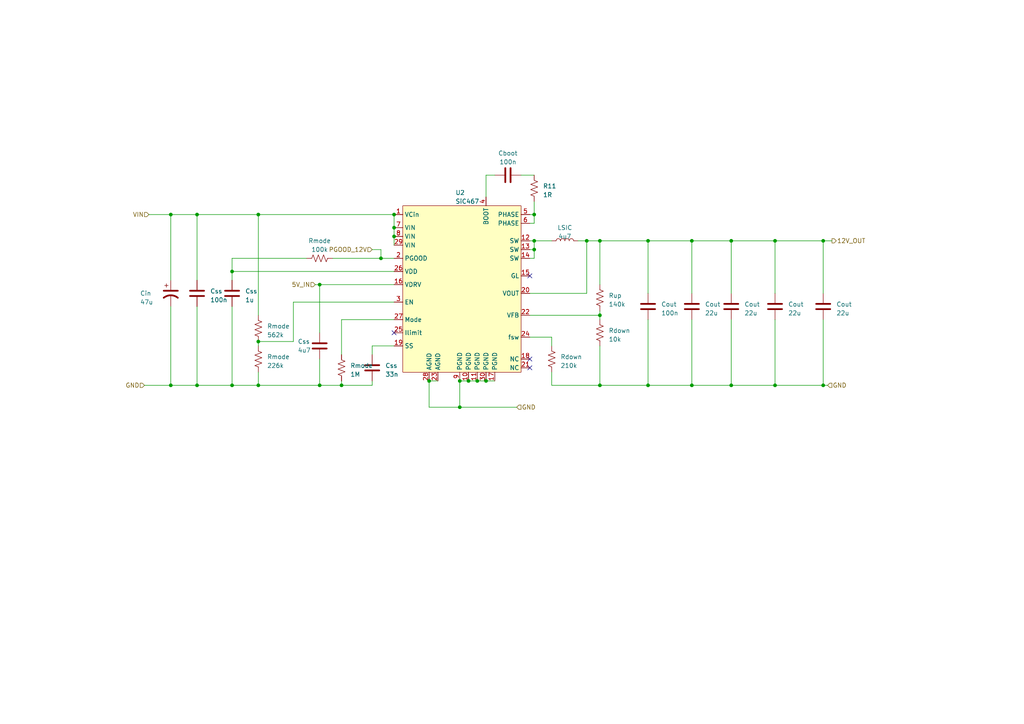
<source format=kicad_sch>
(kicad_sch (version 20230121) (generator eeschema)
  (paper "A4")
  (lib_symbols
    (symbol "Device:C" (pin_numbers hide) (pin_names (offset 0.254))
      (property "Reference" "C" (at 0.635 2.54 0))
      (property "Value" "C" (at 0.635 -2.54 0))
      (symbol "C_0_1"
        (polyline (pts (xy -2.032 -0.762) (xy 2.032 -0.762)) (stroke (width 0.508)))
        (polyline (pts (xy -2.032 0.762) (xy 2.032 0.762)) (stroke (width 0.508)))
      )
      (symbol "C_1_1"
        (pin passive line (at 0 3.81 270) (length 2.794) (name "~") (number "1"))
        (pin passive line (at 0 -3.81 90) (length 2.794) (name "~") (number "2"))
      )
    )
    (symbol "Device:C_Polarized_US" (pin_numbers hide) (pin_names (offset 0.254) hide)
      (property "Reference" "C" (at 0.635 2.54 0))
      (property "Value" "C_Polarized_US" (at 0.635 -2.54 0))
      (symbol "C_Polarized_US_0_1"
        (polyline (pts (xy -2.032 0.762) (xy 2.032 0.762)) (stroke (width 0.508)))
        (polyline (pts (xy -1.778 2.286) (xy -0.762 2.286)))
        (polyline (pts (xy -1.27 1.778) (xy -1.27 2.794)))
        (arc (start 2.032 -1.27) (mid 0 -0.5572) (end -2.032 -1.27) (stroke (width 0.508)))
      )
      (symbol "C_Polarized_US_1_1"
        (pin passive line (at 0 3.81 270) (length 2.794) (name "~") (number "1"))
        (pin passive line (at 0 -3.81 90) (length 3.302) (name "~") (number "2"))
      )
    )
    (symbol "Device:L" (pin_numbers hide) (pin_names (offset 1.016) hide)
      (property "Reference" "L" (at -1.27 0 90))
      (property "Value" "L" (at 1.905 0 90))
      (symbol "L_0_1"
        (arc (start 0 -2.54) (mid 0.6323 -1.905) (end 0 -1.27))
        (arc (start 0 -1.27) (mid 0.6323 -0.635) (end 0 0))
        (arc (start 0 0) (mid 0.6323 0.635) (end 0 1.27))
        (arc (start 0 1.27) (mid 0.6323 1.905) (end 0 2.54))
      )
      (symbol "L_1_1"
        (pin passive line (at 0 3.81 270) (length 1.27) (name "1") (number "1"))
        (pin passive line (at 0 -3.81 90) (length 1.27) (name "2") (number "2"))
      )
    )
    (symbol "Device:R_US" (pin_numbers hide) (pin_names (offset 0))
      (property "Reference" "R" (at 2.54 0 90))
      (property "Value" "R_US" (at -2.54 0 90))
      (symbol "R_US_0_1"
        (polyline (pts (xy 0 -2.286) (xy 0 -2.54)))
        (polyline (pts (xy 0 2.286) (xy 0 2.54)))
        (polyline (pts (xy 0 -0.762) (xy 1.016 -1.143) (xy 0 -1.524) (xy -1.016 -1.905) (xy 0 -2.286)))
        (polyline (pts (xy 0 0.762) (xy 1.016 0.381) (xy 0 0) (xy -1.016 -0.381) (xy 0 -0.762)))
        (polyline (pts (xy 0 2.286) (xy 1.016 1.905) (xy 0 1.524) (xy -1.016 1.143) (xy 0 0.762)))
      )
      (symbol "R_US_1_1"
        (pin passive line (at 0 3.81 270) (length 1.27) (name "~") (number "1"))
        (pin passive line (at 0 -3.81 90) (length 1.27) (name "~") (number "2"))
      )
    )
    (symbol "crush-power-lib:SiC46x"
      (property "Reference" "U?" (at 7.62 1.27 0))
      (property "Value" "SiC467" (at 7.62 -1.27 0))
      (symbol "SiC46x_0_1"
        (rectangle (start -7.62 -3.81) (end 26.67 -52.07) (fill (type background)))
      )
      (symbol "SiC46x_1_1"
        (pin unspecified line (at -10.16 -6.35 0) (length 2.54) (name "VCin") (number "1"))
        (pin unspecified line (at 11.43 -54.61 90) (length 2.54) (name "PGND") (number "10"))
        (pin unspecified line (at 13.97 -54.61 90) (length 2.54) (name "PGND") (number "11"))
        (pin unspecified line (at 29.21 -13.97 180) (length 2.54) (name "SW") (number "12"))
        (pin unspecified line (at 29.21 -16.51 180) (length 2.54) (name "SW") (number "13"))
        (pin unspecified line (at 29.21 -19.05 180) (length 2.54) (name "SW") (number "14"))
        (pin unspecified line (at 29.21 -24.13 180) (length 2.54) (name "GL") (number "15"))
        (pin unspecified line (at -10.16 -26.67 0) (length 2.54) (name "VDRV") (number "16"))
        (pin unspecified line (at 19.05 -54.61 90) (length 2.54) (name "PGND") (number "17"))
        (pin unspecified line (at 29.21 -48.26 180) (length 2.54) (name "NC") (number "18"))
        (pin unspecified line (at -10.16 -44.45 0) (length 2.54) (name "SS") (number "19"))
        (pin unspecified line (at -10.16 -19.05 0) (length 2.54) (name "PGOOD") (number "2"))
        (pin unspecified line (at 29.21 -29.21 180) (length 2.54) (name "VOUT") (number "20"))
        (pin unspecified line (at 29.21 -50.8 180) (length 2.54) (name "NC") (number "21"))
        (pin unspecified line (at 29.21 -35.56 180) (length 2.54) (name "VFB") (number "22"))
        (pin unspecified line (at 2.54 -54.61 90) (length 2.54) (name "AGND") (number "23"))
        (pin unspecified line (at 29.21 -41.91 180) (length 2.54) (name "fsw") (number "24"))
        (pin unspecified line (at -10.16 -40.64 0) (length 2.54) (name "Ilimit") (number "25"))
        (pin unspecified line (at -10.16 -22.86 0) (length 2.54) (name "VDD") (number "26"))
        (pin unspecified line (at -10.16 -36.83 0) (length 2.54) (name "Mode") (number "27"))
        (pin unspecified line (at 0 -54.61 90) (length 2.54) (name "AGND") (number "28"))
        (pin unspecified line (at -10.16 -15.24 0) (length 2.54) (name "VIN") (number "29"))
        (pin unspecified line (at -10.16 -31.75 0) (length 2.54) (name "EN") (number "3"))
        (pin unspecified line (at 16.51 -54.61 90) (length 2.54) (name "PGND") (number "30"))
        (pin unspecified line (at 16.51 -1.27 270) (length 2.54) (name "BOOT") (number "4"))
        (pin unspecified line (at 29.21 -6.35 180) (length 2.54) (name "PHASE") (number "5"))
        (pin unspecified line (at 29.21 -8.89 180) (length 2.54) (name "PHASE") (number "6"))
        (pin unspecified line (at -10.16 -10.16 0) (length 2.54) (name "VIN") (number "7"))
        (pin unspecified line (at -10.16 -12.7 0) (length 2.54) (name "VIN") (number "8"))
        (pin unspecified line (at 8.89 -54.61 90) (length 2.54) (name "PGND") (number "9"))
      )
    )
  )
  (junction (at 238.76 111.76))
  (junction (at 114.3 62.23))
  (junction (at 224.79 69.85))
  (junction (at 173.99 69.85))
  (junction (at 124.46 110.49))
  (junction (at 212.09 69.85))
  (junction (at 67.31 111.76))
  (junction (at 133.35 118.11))
  (junction (at 57.15 62.23))
  (junction (at 114.3 68.58))
  (junction (at 99.06 111.76))
  (junction (at 114.3 66.04))
  (junction (at 173.99 91.44))
  (junction (at 173.99 111.76))
  (junction (at 224.79 111.76))
  (junction (at 140.97 110.49))
  (junction (at 200.66 69.85))
  (junction (at 212.09 111.76))
  (junction (at 49.53 111.76))
  (junction (at 92.71 82.55))
  (junction (at 135.89 110.49))
  (junction (at 238.76 69.85))
  (junction (at 154.94 69.85))
  (junction (at 133.35 110.49))
  (junction (at 49.53 62.23))
  (junction (at 67.31 78.74))
  (junction (at 170.18 69.85))
  (junction (at 57.15 111.76))
  (junction (at 154.94 62.23))
  (junction (at 92.71 111.76))
  (junction (at 200.66 111.76))
  (junction (at 74.93 99.06))
  (junction (at 138.43 110.49))
  (junction (at 110.49 74.93))
  (junction (at 187.96 69.85))
  (junction (at 74.93 62.23))
  (junction (at 154.94 72.39))
  (junction (at 187.96 111.76))
  (junction (at 74.93 111.76))
  (no_connect (at 114.3 96.52))
  (no_connect (at 153.67 106.68))
  (no_connect (at 153.67 80.01))
  (no_connect (at 153.67 104.14))
  (wire (pts (xy 238.76 69.85) (xy 241.3 69.85)))
  (wire (pts (xy 238.76 111.76) (xy 240.03 111.76)))
  (wire (pts (xy 74.93 107.95) (xy 74.93 111.76)))
  (wire (pts (xy 224.79 69.85) (xy 224.79 85.09)))
  (wire (pts (xy 187.96 69.85) (xy 187.96 85.09)))
  (wire (pts (xy 200.66 69.85) (xy 200.66 85.09)))
  (wire (pts (xy 74.93 111.76) (xy 92.71 111.76)))
  (wire (pts (xy 173.99 111.76) (xy 187.96 111.76)))
  (wire (pts (xy 153.67 69.85) (xy 154.94 69.85)))
  (wire (pts (xy 85.09 87.63) (xy 85.09 99.06)))
  (wire (pts (xy 107.95 100.33) (xy 107.95 102.87)))
  (wire (pts (xy 200.66 92.71) (xy 200.66 111.76)))
  (wire (pts (xy 57.15 62.23) (xy 74.93 62.23)))
  (wire (pts (xy 85.09 99.06) (xy 74.93 99.06)))
  (wire (pts (xy 187.96 92.71) (xy 187.96 111.76)))
  (wire (pts (xy 212.09 92.71) (xy 212.09 111.76)))
  (wire (pts (xy 67.31 78.74) (xy 67.31 81.28)))
  (wire (pts (xy 187.96 69.85) (xy 200.66 69.85)))
  (wire (pts (xy 114.3 92.71) (xy 99.06 92.71)))
  (wire (pts (xy 154.94 69.85) (xy 160.02 69.85)))
  (wire (pts (xy 57.15 88.9) (xy 57.15 111.76)))
  (wire (pts (xy 133.35 110.49) (xy 135.89 110.49)))
  (wire (pts (xy 114.3 62.23) (xy 114.3 66.04)))
  (wire (pts (xy 224.79 92.71) (xy 224.79 111.76)))
  (wire (pts (xy 140.97 110.49) (xy 143.51 110.49)))
  (wire (pts (xy 43.18 62.23) (xy 49.53 62.23)))
  (wire (pts (xy 114.3 66.04) (xy 114.3 68.58)))
  (wire (pts (xy 160.02 107.95) (xy 160.02 111.76)))
  (wire (pts (xy 153.67 91.44) (xy 173.99 91.44)))
  (wire (pts (xy 140.97 50.8) (xy 140.97 57.15)))
  (wire (pts (xy 110.49 74.93) (xy 114.3 74.93)))
  (wire (pts (xy 153.67 74.93) (xy 154.94 74.93)))
  (wire (pts (xy 212.09 111.76) (xy 224.79 111.76)))
  (wire (pts (xy 124.46 118.11) (xy 133.35 118.11)))
  (wire (pts (xy 133.35 118.11) (xy 149.86 118.11)))
  (wire (pts (xy 135.89 110.49) (xy 138.43 110.49)))
  (wire (pts (xy 124.46 110.49) (xy 124.46 118.11)))
  (wire (pts (xy 224.79 69.85) (xy 238.76 69.85)))
  (wire (pts (xy 114.3 100.33) (xy 107.95 100.33)))
  (wire (pts (xy 92.71 111.76) (xy 99.06 111.76)))
  (wire (pts (xy 114.3 82.55) (xy 92.71 82.55)))
  (wire (pts (xy 160.02 111.76) (xy 173.99 111.76)))
  (wire (pts (xy 91.44 82.55) (xy 92.71 82.55)))
  (wire (pts (xy 173.99 69.85) (xy 187.96 69.85)))
  (wire (pts (xy 99.06 110.49) (xy 99.06 111.76)))
  (wire (pts (xy 124.46 110.49) (xy 127 110.49)))
  (wire (pts (xy 143.51 50.8) (xy 140.97 50.8)))
  (wire (pts (xy 173.99 92.71) (xy 173.99 91.44)))
  (wire (pts (xy 173.99 69.85) (xy 170.18 69.85)))
  (wire (pts (xy 92.71 104.14) (xy 92.71 111.76)))
  (wire (pts (xy 107.95 111.76) (xy 107.95 110.49)))
  (wire (pts (xy 110.49 72.39) (xy 110.49 74.93)))
  (wire (pts (xy 173.99 91.44) (xy 173.99 90.17)))
  (wire (pts (xy 99.06 111.76) (xy 107.95 111.76)))
  (wire (pts (xy 49.53 62.23) (xy 57.15 62.23)))
  (wire (pts (xy 49.53 88.9) (xy 49.53 111.76)))
  (wire (pts (xy 99.06 92.71) (xy 99.06 102.87)))
  (wire (pts (xy 92.71 82.55) (xy 92.71 96.52)))
  (wire (pts (xy 114.3 68.58) (xy 114.3 71.12)))
  (wire (pts (xy 200.66 111.76) (xy 212.09 111.76)))
  (wire (pts (xy 114.3 87.63) (xy 85.09 87.63)))
  (wire (pts (xy 170.18 69.85) (xy 167.64 69.85)))
  (wire (pts (xy 49.53 111.76) (xy 41.91 111.76)))
  (wire (pts (xy 187.96 111.76) (xy 200.66 111.76)))
  (wire (pts (xy 138.43 110.49) (xy 140.97 110.49)))
  (wire (pts (xy 57.15 111.76) (xy 49.53 111.76)))
  (wire (pts (xy 57.15 111.76) (xy 67.31 111.76)))
  (wire (pts (xy 74.93 99.06) (xy 74.93 100.33)))
  (wire (pts (xy 49.53 62.23) (xy 49.53 81.28)))
  (wire (pts (xy 57.15 62.23) (xy 57.15 81.28)))
  (wire (pts (xy 67.31 111.76) (xy 74.93 111.76)))
  (wire (pts (xy 153.67 97.79) (xy 160.02 97.79)))
  (wire (pts (xy 154.94 64.77) (xy 153.67 64.77)))
  (wire (pts (xy 74.93 62.23) (xy 114.3 62.23)))
  (wire (pts (xy 238.76 92.71) (xy 238.76 111.76)))
  (wire (pts (xy 88.9 74.93) (xy 67.31 74.93)))
  (wire (pts (xy 238.76 69.85) (xy 238.76 85.09)))
  (wire (pts (xy 170.18 85.09) (xy 170.18 69.85)))
  (wire (pts (xy 67.31 88.9) (xy 67.31 111.76)))
  (wire (pts (xy 200.66 69.85) (xy 212.09 69.85)))
  (wire (pts (xy 173.99 100.33) (xy 173.99 111.76)))
  (wire (pts (xy 67.31 78.74) (xy 114.3 78.74)))
  (wire (pts (xy 96.52 74.93) (xy 110.49 74.93)))
  (wire (pts (xy 160.02 97.79) (xy 160.02 100.33)))
  (wire (pts (xy 212.09 69.85) (xy 212.09 85.09)))
  (wire (pts (xy 154.94 58.42) (xy 154.94 62.23)))
  (wire (pts (xy 151.13 50.8) (xy 154.94 50.8)))
  (wire (pts (xy 154.94 62.23) (xy 154.94 64.77)))
  (wire (pts (xy 224.79 111.76) (xy 238.76 111.76)))
  (wire (pts (xy 154.94 74.93) (xy 154.94 72.39)))
  (wire (pts (xy 154.94 72.39) (xy 154.94 69.85)))
  (wire (pts (xy 173.99 69.85) (xy 173.99 82.55)))
  (wire (pts (xy 212.09 69.85) (xy 224.79 69.85)))
  (wire (pts (xy 74.93 62.23) (xy 74.93 91.44)))
  (wire (pts (xy 153.67 62.23) (xy 154.94 62.23)))
  (wire (pts (xy 153.67 85.09) (xy 170.18 85.09)))
  (wire (pts (xy 133.35 110.49) (xy 133.35 118.11)))
  (wire (pts (xy 107.95 72.39) (xy 110.49 72.39)))
  (wire (pts (xy 153.67 72.39) (xy 154.94 72.39)))
  (wire (pts (xy 67.31 74.93) (xy 67.31 78.74)))
  (hierarchical_label "GND" (shape input) (at 41.91 111.76 180))
  (hierarchical_label "VIN" (shape input) (at 43.18 62.23 180))
  (hierarchical_label "PGOOD_12V" (shape input) (at 107.95 72.39 180))
  (hierarchical_label "12V_OUT" (shape output) (at 241.3 69.85 0))
  (hierarchical_label "GND" (shape input) (at 240.03 111.76 0))
  (hierarchical_label "GND" (shape input) (at 149.86 118.11 0))
  (hierarchical_label "5V_IN" (shape input) (at 91.44 82.55 180))
  (symbol (lib_id "Device:R_US") (at 154.94 54.61 180) (unit 1)
    (property "Reference" "R11" (at 157.48 53.975 0) (effects (justify right)))
    (property "Value" "1R" (at 157.48 56.515 0) (effects (justify right)))
    (property "Footprint" "Resistor_SMD:R_0603_1608Metric" (effects hide))
  )
  (symbol (lib_id "Device:C") (at 107.95 106.68 180) (unit 1)
    (property "Reference" "Css" (at 111.76 106.045 0) (effects (justify right)))
    (property "Value" "33n" (at 111.76 108.585 0) (effects (justify right)))
    (property "Footprint" "Capacitor_SMD:C_0603_1608Metric" (effects hide))
    (instances (project "crush-power-board" (path "" (reference "Css") (unit 1)) (path "" (reference "C9") (unit 1))))
  )
  (symbol (lib_id "Device:C") (at 212.09 88.9 0) (unit 1)
    (property "Reference" "Cout" (at 215.9 88.265 0) (effects (justify left)))
    (property "Value" "22u" (at 215.9 90.805 0) (effects (justify left)))
    (property "Footprint" "Capacitor_SMD:C_1210_3225Metric" (effects hide))
    (instances (project "crush-power-board" (path "" (reference "Cout") (unit 1)) (path "" (reference "C13") (unit 1))))
  )
  (symbol (lib_id "Device:C") (at 238.76 88.9 0) (unit 1)
    (property "Reference" "Cout" (at 242.57 88.265 0) (effects (justify left)))
    (property "Value" "22u" (at 242.57 90.805 0) (effects (justify left)))
    (property "Footprint" "Capacitor_SMD:C_1210_3225Metric" (effects hide))
    (instances (project "crush-power-board" (path "" (reference "Cout") (unit 1)) (path "" (reference "C15") (unit 1))))
  )
  (symbol (lib_id "Device:C") (at 200.66 88.9 0) (unit 1)
    (property "Reference" "Cout" (at 204.47 88.265 0) (effects (justify left)))
    (property "Value" "22u" (at 204.47 90.805 0) (effects (justify left)))
    (property "Footprint" "Capacitor_SMD:C_1210_3225Metric" (effects hide))
    (instances (project "crush-power-board" (path "" (reference "Cout") (unit 1)) (path "" (reference "C12") (unit 1))))
  )
  (symbol (lib_id "Device:C") (at 147.32 50.8 90) (unit 1)
    (property "Reference" "Cboot" (at 147.32 44.45 90))
    (property "Value" "100n" (at 147.32 46.99 90))
    (property "Footprint" "Capacitor_SMD:C_0603_1608Metric" (effects hide))
    (instances (project "crush-power-board" (path "" (reference "Cboot") (unit 1)) (path "" (reference "C10") (unit 1))))
  )
  (symbol (lib_id "Device:C") (at 187.96 88.9 0) (unit 1)
    (property "Reference" "Cout" (at 191.77 88.265 0) (effects (justify left)))
    (property "Value" "100n" (at 191.77 90.805 0) (effects (justify left)))
    (property "Footprint" "Capacitor_SMD:C_0603_1608Metric" (effects hide))
    (instances (project "crush-power-board" (path "" (reference "Cout") (unit 1)) (path "" (reference "C11") (unit 1))))
  )
  (symbol (lib_id "Device:R_US") (at 92.71 74.93 90) (unit 1)
    (property "Reference" "Rmode" (at 92.71 69.85 90))
    (property "Value" "100k" (at 92.71 72.39 90))
    (property "Footprint" "Resistor_SMD:R_0603_1608Metric" (effects hide))
    (instances (project "crush-power-board" (path "" (reference "Rmode") (unit 1)) (path "" (reference "R9") (unit 1))))
  )
  (symbol (lib_id "Device:C") (at 57.15 85.09 180) (unit 1)
    (property "Reference" "Css" (at 60.96 84.455 0) (effects (justify right)))
    (property "Value" "100n" (at 60.96 86.995 0) (effects (justify right)))
    (property "Footprint" "Capacitor_SMD:C_0603_1608Metric" (effects hide))
    (instances (project "crush-power-board" (path "" (reference "Css") (unit 1)) (path "" (reference "C6") (unit 1))))
  )
  (symbol (lib_id "crush-power-lib:SiC46x") (at 124.46 55.88 0) (unit 1)
    (property "Reference" "U2" (at 132.08 55.88 0) (effects (justify left)))
    (property "Value" "SiC467" (at 132.08 58.42 0) (effects (justify left)))
    (property "Footprint" "crush-power-footprints:SIC467ED-T1-GE3" (effects hide))
    (property "Datasheet" "https://www.vishay.com/docs/76044/sic46x.pdf" (effects hide))
  )
  (symbol (lib_id "Device:R_US") (at 99.06 106.68 0) (unit 1)
    (property "Reference" "Rmode" (at 101.6 106.045 0) (effects (justify left)))
    (property "Value" "1M" (at 101.6 108.585 0) (effects (justify left)))
    (property "Footprint" "Resistor_SMD:R_0603_1608Metric" (effects hide))
    (instances (project "crush-power-board" (path "" (reference "Rmode") (unit 1)) (path "" (reference "R10") (unit 1))))
  )
  (symbol (lib_id "Device:R_US") (at 173.99 96.52 0) (unit 1)
    (property "Reference" "Rdown" (at 176.53 95.885 0) (effects (justify left)))
    (property "Value" "10k" (at 176.53 98.425 0) (effects (justify left)))
    (property "Footprint" "Resistor_SMD:R_0603_1608Metric" (effects hide))
    (instances (project "crush-power-board" (path "" (reference "Rdown") (unit 1)) (path "" (reference "R14") (unit 1))))
  )
  (symbol (lib_id "Device:C") (at 224.79 88.9 0) (unit 1)
    (property "Reference" "Cout" (at 228.6 88.265 0) (effects (justify left)))
    (property "Value" "22u" (at 228.6 90.805 0) (effects (justify left)))
    (property "Footprint" "Capacitor_SMD:C_1210_3225Metric" (effects hide))
    (instances (project "crush-power-board" (path "" (reference "Cout") (unit 1)) (path "" (reference "C14") (unit 1))))
  )
  (symbol (lib_id "Device:C_Polarized_US") (at 49.53 85.09 0) (unit 1)
    (property "Reference" "Cin" (at 40.64 85.09 0) (effects (justify left)))
    (property "Value" "47u" (at 40.64 87.63 0) (effects (justify left)))
    (property "Footprint" "Capacitor_Tantalum_SMD:CP_EIA-7343-15_Kemet-W" (effects hide))
    (property "Datasheet" "https://www.digikey.com/en/products/detail/kemet/T521X476M035ATE070/2640601?s=N4IgTCBcDaICoFYwEYAaAWA7ANgLIAYBmBAQTgFF9N8QBdAXyA" (effects hide))
    (instances (project "crush-power-board" (path "" (reference "Cin") (unit 1)) (path "" (reference "C5") (unit 1))))
  )
  (symbol (lib_id "Device:R_US") (at 74.93 104.14 180) (unit 1)
    (property "Reference" "Rmode" (at 77.47 103.505 0) (effects (justify right)))
    (property "Value" "226k" (at 77.47 106.045 0) (effects (justify right)))
    (property "Footprint" "Resistor_SMD:R_0603_1608Metric" (effects hide))
    (instances (project "crush-power-board" (path "" (reference "Rmode") (unit 1)) (path "" (reference "R8") (unit 1))))
  )
  (symbol (lib_id "Device:R_US") (at 160.02 104.14 0) (unit 1)
    (property "Reference" "Rdown" (at 162.56 103.505 0) (effects (justify left)))
    (property "Value" "210k" (at 162.56 106.045 0) (effects (justify left)))
    (property "Footprint" "Resistor_SMD:R_0603_1608Metric" (effects hide))
    (instances (project "crush-power-board" (path "" (reference "Rdown") (unit 1)) (path "" (reference "R12") (unit 1))))
  )
  (symbol (lib_id "Device:R_US") (at 74.93 95.25 180) (unit 1)
    (property "Reference" "Rmode" (at 77.47 94.615 0) (effects (justify right)))
    (property "Value" "562k" (at 77.47 97.155 0) (effects (justify right)))
    (property "Footprint" "Resistor_SMD:R_0603_1608Metric" (effects hide))
    (instances (project "crush-power-board" (path "" (reference "Rmode") (unit 1)) (path "" (reference "R7") (unit 1))))
  )
  (symbol (lib_id "Device:L") (at 163.83 69.85 90) (unit 1)
    (property "Reference" "LSIC" (at 163.83 66.04 90))
    (property "Value" "4u7" (at 163.83 68.58 90))
    (property "Footprint" "crush-power-footprints:IND_IHLP-6767GZ_VIS-M" (effects hide))
    (property "Datasheet" "https://www.digikey.com/en/products/detail/vishay-dale/IHLP6767GZER4R7M01/2025095?s=N4IgTCBcDaIJIAkAyAFAbAdkwcQFoFEAlAFkIwFkAGARgAIQBdAXyA" (effects hide))
    (instances (project "crush-power-board" (path "" (reference "LSIC") (unit 1)) (path "" (reference "L2") (unit 1))))
  )
  (symbol (lib_id "Device:R_US") (at 173.99 86.36 0) (unit 1)
    (property "Reference" "Rup" (at 176.53 85.725 0) (effects (justify left)))
    (property "Value" "140k" (at 176.53 88.265 0) (effects (justify left)))
    (property "Footprint" "Resistor_SMD:R_0603_1608Metric" (effects hide))
    (instances (project "crush-power-board" (path "" (reference "Rup") (unit 1)) (path "" (reference "R13") (unit 1))))
  )
  (symbol (lib_id "Device:C") (at 67.31 85.09 180) (unit 1)
    (property "Reference" "Css" (at 71.12 84.455 0) (effects (justify right)))
    (property "Value" "1u" (at 71.12 86.995 0) (effects (justify right)))
    (property "Footprint" "Capacitor_SMD:C_0603_1608Metric" (effects hide))
    (instances (project "crush-power-board" (path "" (reference "Css") (unit 1)) (path "" (reference "C7") (unit 1))))
  )
  (symbol (lib_id "Device:C") (at 92.71 100.33 180) (unit 1)
    (property "Reference" "Css" (at 86.36 99.06 0) (effects (justify right)))
    (property "Value" "4u7" (at 86.36 101.6 0) (effects (justify right)))
    (property "Footprint" "Capacitor_SMD:C_0603_1608Metric" (effects hide))
    (instances (project "crush-power-board" (path "" (reference "Css") (unit 1)) (path "" (reference "C8") (unit 1))))
  )
)
</source>
